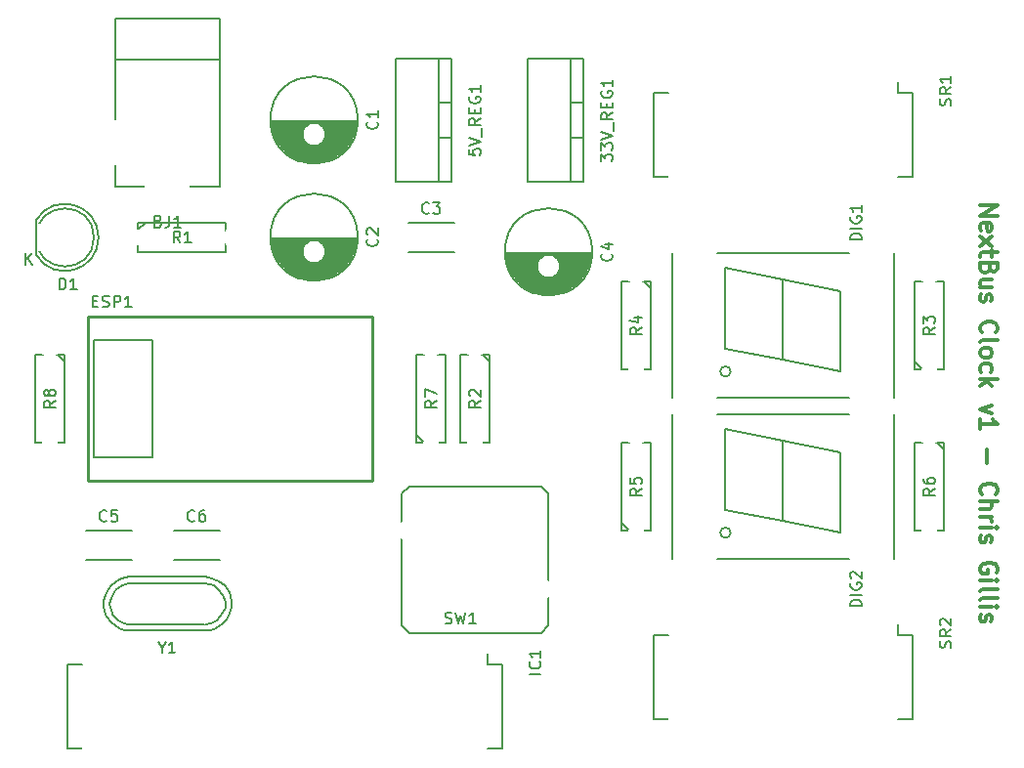
<source format=gbr>
G04 #@! TF.FileFunction,Legend,Top*
%FSLAX46Y46*%
G04 Gerber Fmt 4.6, Leading zero omitted, Abs format (unit mm)*
G04 Created by KiCad (PCBNEW 4.0.2-stable) date Sunday, 21 August 2016 'amt' 04:24:01*
%MOMM*%
G01*
G04 APERTURE LIST*
%ADD10C,0.100000*%
%ADD11C,0.300000*%
%ADD12C,0.150000*%
%ADD13C,0.254000*%
%ADD14C,0.152400*%
%ADD15O,2.899360X1.901140*%
%ADD16R,3.900120X3.900120*%
%ADD17C,1.700000*%
%ADD18R,1.700000X1.700000*%
%ADD19R,1.600000X1.600000*%
%ADD20C,1.600000*%
%ADD21R,2.300000X2.400000*%
%ADD22C,2.300000*%
%ADD23O,2.924000X1.924000*%
%ADD24R,2.127200X2.127200*%
%ADD25O,2.127200X2.127200*%
%ADD26O,2.000000X2.000000*%
%ADD27C,1.797000*%
%ADD28C,2.940000*%
%ADD29C,1.901140*%
G04 APERTURE END LIST*
D10*
D11*
X141561429Y-84870000D02*
X143061429Y-84870000D01*
X141561429Y-85727143D01*
X143061429Y-85727143D01*
X141632857Y-87012857D02*
X141561429Y-86870000D01*
X141561429Y-86584286D01*
X141632857Y-86441429D01*
X141775714Y-86370000D01*
X142347143Y-86370000D01*
X142490000Y-86441429D01*
X142561429Y-86584286D01*
X142561429Y-86870000D01*
X142490000Y-87012857D01*
X142347143Y-87084286D01*
X142204286Y-87084286D01*
X142061429Y-86370000D01*
X141561429Y-87584286D02*
X142561429Y-88370000D01*
X142561429Y-87584286D02*
X141561429Y-88370000D01*
X142561429Y-88727143D02*
X142561429Y-89298572D01*
X143061429Y-88941429D02*
X141775714Y-88941429D01*
X141632857Y-89012857D01*
X141561429Y-89155715D01*
X141561429Y-89298572D01*
X142347143Y-90298572D02*
X142275714Y-90512858D01*
X142204286Y-90584286D01*
X142061429Y-90655715D01*
X141847143Y-90655715D01*
X141704286Y-90584286D01*
X141632857Y-90512858D01*
X141561429Y-90370000D01*
X141561429Y-89798572D01*
X143061429Y-89798572D01*
X143061429Y-90298572D01*
X142990000Y-90441429D01*
X142918571Y-90512858D01*
X142775714Y-90584286D01*
X142632857Y-90584286D01*
X142490000Y-90512858D01*
X142418571Y-90441429D01*
X142347143Y-90298572D01*
X142347143Y-89798572D01*
X142561429Y-91941429D02*
X141561429Y-91941429D01*
X142561429Y-91298572D02*
X141775714Y-91298572D01*
X141632857Y-91370000D01*
X141561429Y-91512858D01*
X141561429Y-91727143D01*
X141632857Y-91870000D01*
X141704286Y-91941429D01*
X141632857Y-92584286D02*
X141561429Y-92727143D01*
X141561429Y-93012858D01*
X141632857Y-93155715D01*
X141775714Y-93227143D01*
X141847143Y-93227143D01*
X141990000Y-93155715D01*
X142061429Y-93012858D01*
X142061429Y-92798572D01*
X142132857Y-92655715D01*
X142275714Y-92584286D01*
X142347143Y-92584286D01*
X142490000Y-92655715D01*
X142561429Y-92798572D01*
X142561429Y-93012858D01*
X142490000Y-93155715D01*
X141704286Y-95870001D02*
X141632857Y-95798572D01*
X141561429Y-95584286D01*
X141561429Y-95441429D01*
X141632857Y-95227144D01*
X141775714Y-95084286D01*
X141918571Y-95012858D01*
X142204286Y-94941429D01*
X142418571Y-94941429D01*
X142704286Y-95012858D01*
X142847143Y-95084286D01*
X142990000Y-95227144D01*
X143061429Y-95441429D01*
X143061429Y-95584286D01*
X142990000Y-95798572D01*
X142918571Y-95870001D01*
X141561429Y-96727144D02*
X141632857Y-96584286D01*
X141775714Y-96512858D01*
X143061429Y-96512858D01*
X141561429Y-97512858D02*
X141632857Y-97370000D01*
X141704286Y-97298572D01*
X141847143Y-97227143D01*
X142275714Y-97227143D01*
X142418571Y-97298572D01*
X142490000Y-97370000D01*
X142561429Y-97512858D01*
X142561429Y-97727143D01*
X142490000Y-97870000D01*
X142418571Y-97941429D01*
X142275714Y-98012858D01*
X141847143Y-98012858D01*
X141704286Y-97941429D01*
X141632857Y-97870000D01*
X141561429Y-97727143D01*
X141561429Y-97512858D01*
X141632857Y-99298572D02*
X141561429Y-99155715D01*
X141561429Y-98870001D01*
X141632857Y-98727143D01*
X141704286Y-98655715D01*
X141847143Y-98584286D01*
X142275714Y-98584286D01*
X142418571Y-98655715D01*
X142490000Y-98727143D01*
X142561429Y-98870001D01*
X142561429Y-99155715D01*
X142490000Y-99298572D01*
X141561429Y-99941429D02*
X143061429Y-99941429D01*
X142132857Y-100084286D02*
X141561429Y-100512857D01*
X142561429Y-100512857D02*
X141990000Y-99941429D01*
X142561429Y-102155715D02*
X141561429Y-102512858D01*
X142561429Y-102870000D01*
X141561429Y-104227143D02*
X141561429Y-103370000D01*
X141561429Y-103798572D02*
X143061429Y-103798572D01*
X142847143Y-103655715D01*
X142704286Y-103512857D01*
X142632857Y-103370000D01*
X142132857Y-106012857D02*
X142132857Y-107155714D01*
X141704286Y-109870000D02*
X141632857Y-109798571D01*
X141561429Y-109584285D01*
X141561429Y-109441428D01*
X141632857Y-109227143D01*
X141775714Y-109084285D01*
X141918571Y-109012857D01*
X142204286Y-108941428D01*
X142418571Y-108941428D01*
X142704286Y-109012857D01*
X142847143Y-109084285D01*
X142990000Y-109227143D01*
X143061429Y-109441428D01*
X143061429Y-109584285D01*
X142990000Y-109798571D01*
X142918571Y-109870000D01*
X141561429Y-110512857D02*
X143061429Y-110512857D01*
X141561429Y-111155714D02*
X142347143Y-111155714D01*
X142490000Y-111084285D01*
X142561429Y-110941428D01*
X142561429Y-110727143D01*
X142490000Y-110584285D01*
X142418571Y-110512857D01*
X141561429Y-111870000D02*
X142561429Y-111870000D01*
X142275714Y-111870000D02*
X142418571Y-111941428D01*
X142490000Y-112012857D01*
X142561429Y-112155714D01*
X142561429Y-112298571D01*
X141561429Y-112798571D02*
X142561429Y-112798571D01*
X143061429Y-112798571D02*
X142990000Y-112727142D01*
X142918571Y-112798571D01*
X142990000Y-112869999D01*
X143061429Y-112798571D01*
X142918571Y-112798571D01*
X141632857Y-113441428D02*
X141561429Y-113584285D01*
X141561429Y-113870000D01*
X141632857Y-114012857D01*
X141775714Y-114084285D01*
X141847143Y-114084285D01*
X141990000Y-114012857D01*
X142061429Y-113870000D01*
X142061429Y-113655714D01*
X142132857Y-113512857D01*
X142275714Y-113441428D01*
X142347143Y-113441428D01*
X142490000Y-113512857D01*
X142561429Y-113655714D01*
X142561429Y-113870000D01*
X142490000Y-114012857D01*
X142990000Y-116655714D02*
X143061429Y-116512857D01*
X143061429Y-116298571D01*
X142990000Y-116084286D01*
X142847143Y-115941428D01*
X142704286Y-115870000D01*
X142418571Y-115798571D01*
X142204286Y-115798571D01*
X141918571Y-115870000D01*
X141775714Y-115941428D01*
X141632857Y-116084286D01*
X141561429Y-116298571D01*
X141561429Y-116441428D01*
X141632857Y-116655714D01*
X141704286Y-116727143D01*
X142204286Y-116727143D01*
X142204286Y-116441428D01*
X141561429Y-117370000D02*
X142561429Y-117370000D01*
X143061429Y-117370000D02*
X142990000Y-117298571D01*
X142918571Y-117370000D01*
X142990000Y-117441428D01*
X143061429Y-117370000D01*
X142918571Y-117370000D01*
X141561429Y-118298572D02*
X141632857Y-118155714D01*
X141775714Y-118084286D01*
X143061429Y-118084286D01*
X141561429Y-119084286D02*
X141632857Y-118941428D01*
X141775714Y-118870000D01*
X143061429Y-118870000D01*
X141561429Y-119655714D02*
X142561429Y-119655714D01*
X143061429Y-119655714D02*
X142990000Y-119584285D01*
X142918571Y-119655714D01*
X142990000Y-119727142D01*
X143061429Y-119655714D01*
X142918571Y-119655714D01*
X141632857Y-120298571D02*
X141561429Y-120441428D01*
X141561429Y-120727143D01*
X141632857Y-120870000D01*
X141775714Y-120941428D01*
X141847143Y-120941428D01*
X141990000Y-120870000D01*
X142061429Y-120727143D01*
X142061429Y-120512857D01*
X142132857Y-120370000D01*
X142275714Y-120298571D01*
X142347143Y-120298571D01*
X142490000Y-120370000D01*
X142561429Y-120512857D01*
X142561429Y-120727143D01*
X142490000Y-120870000D01*
D12*
X95758000Y-75946000D02*
X94615000Y-75946000D01*
X95758000Y-78994000D02*
X94615000Y-78994000D01*
X94615000Y-82804000D02*
X90932000Y-82804000D01*
X90932000Y-82804000D02*
X90932000Y-72136000D01*
X90932000Y-72136000D02*
X94615000Y-72136000D01*
X95758000Y-82804000D02*
X94615000Y-82804000D01*
X94615000Y-82804000D02*
X94615000Y-72136000D01*
X94615000Y-72136000D02*
X95758000Y-72136000D01*
X95758000Y-77470000D02*
X95758000Y-72136000D01*
X95758000Y-77470000D02*
X95758000Y-82804000D01*
X107188000Y-75946000D02*
X106045000Y-75946000D01*
X107188000Y-78994000D02*
X106045000Y-78994000D01*
X106045000Y-82804000D02*
X102362000Y-82804000D01*
X102362000Y-82804000D02*
X102362000Y-72136000D01*
X102362000Y-72136000D02*
X106045000Y-72136000D01*
X107188000Y-82804000D02*
X106045000Y-82804000D01*
X106045000Y-82804000D02*
X106045000Y-72136000D01*
X106045000Y-72136000D02*
X107188000Y-72136000D01*
X107188000Y-77470000D02*
X107188000Y-72136000D01*
X107188000Y-77470000D02*
X107188000Y-82804000D01*
X75620880Y-72199500D02*
X66619120Y-72199500D01*
X75620880Y-68699380D02*
X66619120Y-68699380D01*
X66619120Y-68699380D02*
X66619120Y-83200240D01*
X66619120Y-83200240D02*
X75620880Y-83200240D01*
X75620880Y-83200240D02*
X75620880Y-68699380D01*
X87569000Y-77525000D02*
X80071000Y-77525000D01*
X87564000Y-77665000D02*
X80076000Y-77665000D01*
X87553000Y-77805000D02*
X84266000Y-77805000D01*
X83374000Y-77805000D02*
X80087000Y-77805000D01*
X87537000Y-77945000D02*
X84476000Y-77945000D01*
X83164000Y-77945000D02*
X80103000Y-77945000D01*
X87516000Y-78085000D02*
X84609000Y-78085000D01*
X83031000Y-78085000D02*
X80124000Y-78085000D01*
X87489000Y-78225000D02*
X84700000Y-78225000D01*
X82940000Y-78225000D02*
X80151000Y-78225000D01*
X87457000Y-78365000D02*
X84762000Y-78365000D01*
X82878000Y-78365000D02*
X80183000Y-78365000D01*
X87419000Y-78505000D02*
X84801000Y-78505000D01*
X82839000Y-78505000D02*
X80221000Y-78505000D01*
X87375000Y-78645000D02*
X84818000Y-78645000D01*
X82822000Y-78645000D02*
X80265000Y-78645000D01*
X87324000Y-78785000D02*
X84816000Y-78785000D01*
X82824000Y-78785000D02*
X80316000Y-78785000D01*
X87268000Y-78925000D02*
X84794000Y-78925000D01*
X82846000Y-78925000D02*
X80372000Y-78925000D01*
X87204000Y-79065000D02*
X84751000Y-79065000D01*
X82889000Y-79065000D02*
X80436000Y-79065000D01*
X87134000Y-79205000D02*
X84683000Y-79205000D01*
X82957000Y-79205000D02*
X80506000Y-79205000D01*
X87056000Y-79345000D02*
X84584000Y-79345000D01*
X83056000Y-79345000D02*
X80584000Y-79345000D01*
X86970000Y-79485000D02*
X84439000Y-79485000D01*
X83201000Y-79485000D02*
X80670000Y-79485000D01*
X86875000Y-79625000D02*
X84200000Y-79625000D01*
X83440000Y-79625000D02*
X80765000Y-79625000D01*
X86770000Y-79765000D02*
X80870000Y-79765000D01*
X86655000Y-79905000D02*
X80985000Y-79905000D01*
X86527000Y-80045000D02*
X81113000Y-80045000D01*
X86386000Y-80185000D02*
X81254000Y-80185000D01*
X86228000Y-80325000D02*
X81412000Y-80325000D01*
X86050000Y-80465000D02*
X81590000Y-80465000D01*
X85847000Y-80605000D02*
X81793000Y-80605000D01*
X85610000Y-80745000D02*
X82030000Y-80745000D01*
X85324000Y-80885000D02*
X82316000Y-80885000D01*
X84952000Y-81025000D02*
X82688000Y-81025000D01*
X84331000Y-81165000D02*
X83309000Y-81165000D01*
X84820000Y-78700000D02*
G75*
G03X84820000Y-78700000I-1000000J0D01*
G01*
X87607500Y-77450000D02*
G75*
G03X87607500Y-77450000I-3787500J0D01*
G01*
X87569000Y-87685000D02*
X80071000Y-87685000D01*
X87564000Y-87825000D02*
X80076000Y-87825000D01*
X87553000Y-87965000D02*
X84266000Y-87965000D01*
X83374000Y-87965000D02*
X80087000Y-87965000D01*
X87537000Y-88105000D02*
X84476000Y-88105000D01*
X83164000Y-88105000D02*
X80103000Y-88105000D01*
X87516000Y-88245000D02*
X84609000Y-88245000D01*
X83031000Y-88245000D02*
X80124000Y-88245000D01*
X87489000Y-88385000D02*
X84700000Y-88385000D01*
X82940000Y-88385000D02*
X80151000Y-88385000D01*
X87457000Y-88525000D02*
X84762000Y-88525000D01*
X82878000Y-88525000D02*
X80183000Y-88525000D01*
X87419000Y-88665000D02*
X84801000Y-88665000D01*
X82839000Y-88665000D02*
X80221000Y-88665000D01*
X87375000Y-88805000D02*
X84818000Y-88805000D01*
X82822000Y-88805000D02*
X80265000Y-88805000D01*
X87324000Y-88945000D02*
X84816000Y-88945000D01*
X82824000Y-88945000D02*
X80316000Y-88945000D01*
X87268000Y-89085000D02*
X84794000Y-89085000D01*
X82846000Y-89085000D02*
X80372000Y-89085000D01*
X87204000Y-89225000D02*
X84751000Y-89225000D01*
X82889000Y-89225000D02*
X80436000Y-89225000D01*
X87134000Y-89365000D02*
X84683000Y-89365000D01*
X82957000Y-89365000D02*
X80506000Y-89365000D01*
X87056000Y-89505000D02*
X84584000Y-89505000D01*
X83056000Y-89505000D02*
X80584000Y-89505000D01*
X86970000Y-89645000D02*
X84439000Y-89645000D01*
X83201000Y-89645000D02*
X80670000Y-89645000D01*
X86875000Y-89785000D02*
X84200000Y-89785000D01*
X83440000Y-89785000D02*
X80765000Y-89785000D01*
X86770000Y-89925000D02*
X80870000Y-89925000D01*
X86655000Y-90065000D02*
X80985000Y-90065000D01*
X86527000Y-90205000D02*
X81113000Y-90205000D01*
X86386000Y-90345000D02*
X81254000Y-90345000D01*
X86228000Y-90485000D02*
X81412000Y-90485000D01*
X86050000Y-90625000D02*
X81590000Y-90625000D01*
X85847000Y-90765000D02*
X81793000Y-90765000D01*
X85610000Y-90905000D02*
X82030000Y-90905000D01*
X85324000Y-91045000D02*
X82316000Y-91045000D01*
X84952000Y-91185000D02*
X82688000Y-91185000D01*
X84331000Y-91325000D02*
X83309000Y-91325000D01*
X84820000Y-88860000D02*
G75*
G03X84820000Y-88860000I-1000000J0D01*
G01*
X87607500Y-87610000D02*
G75*
G03X87607500Y-87610000I-3787500J0D01*
G01*
X91960000Y-86380000D02*
X95960000Y-86380000D01*
X91960000Y-88880000D02*
X95960000Y-88880000D01*
X107889000Y-88955000D02*
X100391000Y-88955000D01*
X107884000Y-89095000D02*
X100396000Y-89095000D01*
X107873000Y-89235000D02*
X104586000Y-89235000D01*
X103694000Y-89235000D02*
X100407000Y-89235000D01*
X107857000Y-89375000D02*
X104796000Y-89375000D01*
X103484000Y-89375000D02*
X100423000Y-89375000D01*
X107836000Y-89515000D02*
X104929000Y-89515000D01*
X103351000Y-89515000D02*
X100444000Y-89515000D01*
X107809000Y-89655000D02*
X105020000Y-89655000D01*
X103260000Y-89655000D02*
X100471000Y-89655000D01*
X107777000Y-89795000D02*
X105082000Y-89795000D01*
X103198000Y-89795000D02*
X100503000Y-89795000D01*
X107739000Y-89935000D02*
X105121000Y-89935000D01*
X103159000Y-89935000D02*
X100541000Y-89935000D01*
X107695000Y-90075000D02*
X105138000Y-90075000D01*
X103142000Y-90075000D02*
X100585000Y-90075000D01*
X107644000Y-90215000D02*
X105136000Y-90215000D01*
X103144000Y-90215000D02*
X100636000Y-90215000D01*
X107588000Y-90355000D02*
X105114000Y-90355000D01*
X103166000Y-90355000D02*
X100692000Y-90355000D01*
X107524000Y-90495000D02*
X105071000Y-90495000D01*
X103209000Y-90495000D02*
X100756000Y-90495000D01*
X107454000Y-90635000D02*
X105003000Y-90635000D01*
X103277000Y-90635000D02*
X100826000Y-90635000D01*
X107376000Y-90775000D02*
X104904000Y-90775000D01*
X103376000Y-90775000D02*
X100904000Y-90775000D01*
X107290000Y-90915000D02*
X104759000Y-90915000D01*
X103521000Y-90915000D02*
X100990000Y-90915000D01*
X107195000Y-91055000D02*
X104520000Y-91055000D01*
X103760000Y-91055000D02*
X101085000Y-91055000D01*
X107090000Y-91195000D02*
X101190000Y-91195000D01*
X106975000Y-91335000D02*
X101305000Y-91335000D01*
X106847000Y-91475000D02*
X101433000Y-91475000D01*
X106706000Y-91615000D02*
X101574000Y-91615000D01*
X106548000Y-91755000D02*
X101732000Y-91755000D01*
X106370000Y-91895000D02*
X101910000Y-91895000D01*
X106167000Y-92035000D02*
X102113000Y-92035000D01*
X105930000Y-92175000D02*
X102350000Y-92175000D01*
X105644000Y-92315000D02*
X102636000Y-92315000D01*
X105272000Y-92455000D02*
X103008000Y-92455000D01*
X104651000Y-92595000D02*
X103629000Y-92595000D01*
X105140000Y-90130000D02*
G75*
G03X105140000Y-90130000I-1000000J0D01*
G01*
X107927500Y-88880000D02*
G75*
G03X107927500Y-88880000I-3787500J0D01*
G01*
X64020000Y-113050000D02*
X68020000Y-113050000D01*
X64020000Y-115550000D02*
X68020000Y-115550000D01*
X71640000Y-113050000D02*
X75640000Y-113050000D01*
X71640000Y-115550000D02*
X75640000Y-115550000D01*
X59745112Y-89154904D02*
G75*
G03X59730000Y-86130000I2484888J1524904D01*
G01*
X59730000Y-89130000D02*
X59730000Y-86130000D01*
X64747936Y-87630000D02*
G75*
G03X64747936Y-87630000I-2517936J0D01*
G01*
X119907214Y-99250000D02*
G75*
G03X119907214Y-99250000I-447214J0D01*
G01*
X129460000Y-92250000D02*
X124460000Y-91250000D01*
X124460000Y-91250000D02*
X119460000Y-90250000D01*
X119460000Y-90250000D02*
X119460000Y-97250000D01*
X119460000Y-97250000D02*
X124460000Y-98250000D01*
X129460000Y-99250000D02*
X124460000Y-98250000D01*
X124460000Y-98250000D02*
X124460000Y-91250000D01*
X129460000Y-92250000D02*
X129460000Y-99250000D01*
X114860000Y-101550000D02*
X114860000Y-88950000D01*
X130160000Y-88950000D02*
X118760000Y-88950000D01*
X130160000Y-101550000D02*
X118760000Y-101550000D01*
X134060000Y-88950000D02*
X134060000Y-101550000D01*
X119907214Y-113220000D02*
G75*
G03X119907214Y-113220000I-447214J0D01*
G01*
X129460000Y-106220000D02*
X124460000Y-105220000D01*
X124460000Y-105220000D02*
X119460000Y-104220000D01*
X119460000Y-104220000D02*
X119460000Y-111220000D01*
X119460000Y-111220000D02*
X124460000Y-112220000D01*
X129460000Y-113220000D02*
X124460000Y-112220000D01*
X124460000Y-112220000D02*
X124460000Y-105220000D01*
X129460000Y-106220000D02*
X129460000Y-113220000D01*
X114860000Y-115520000D02*
X114860000Y-102920000D01*
X130160000Y-102920000D02*
X118760000Y-102920000D01*
X130160000Y-115520000D02*
X118760000Y-115520000D01*
X134060000Y-102920000D02*
X134060000Y-115520000D01*
D13*
X64262000Y-94488000D02*
X88900000Y-94488000D01*
X88900000Y-94488000D02*
X88900000Y-108712000D01*
X88900000Y-108712000D02*
X64262000Y-108712000D01*
X64262000Y-108712000D02*
X64262000Y-94488000D01*
D14*
X67310000Y-96520000D02*
X64770000Y-96520000D01*
X64770000Y-96520000D02*
X64770000Y-99060000D01*
X64770000Y-99060000D02*
X64770000Y-106680000D01*
X64770000Y-106680000D02*
X69850000Y-106680000D01*
X69850000Y-106680000D02*
X69850000Y-96520000D01*
X69850000Y-96520000D02*
X67310000Y-96520000D01*
D12*
X100085000Y-124595000D02*
X98815000Y-124595000D01*
X100085000Y-131945000D02*
X98815000Y-131945000D01*
X62475000Y-131945000D02*
X63745000Y-131945000D01*
X62475000Y-124595000D02*
X63745000Y-124595000D01*
X100085000Y-124595000D02*
X100085000Y-131945000D01*
X62475000Y-124595000D02*
X62475000Y-131945000D01*
X98815000Y-124595000D02*
X98815000Y-123660000D01*
X68580000Y-86995000D02*
X68580000Y-88900000D01*
X68580000Y-88900000D02*
X76200000Y-88900000D01*
X76200000Y-88900000D02*
X76200000Y-86360000D01*
X76200000Y-86360000D02*
X68580000Y-86360000D01*
X68580000Y-86360000D02*
X68580000Y-86995000D01*
X67945000Y-87630000D02*
X68580000Y-87630000D01*
X76200000Y-87630000D02*
X76835000Y-87630000D01*
X68580000Y-86995000D02*
X69215000Y-86360000D01*
X98425000Y-97790000D02*
X96520000Y-97790000D01*
X96520000Y-97790000D02*
X96520000Y-105410000D01*
X96520000Y-105410000D02*
X99060000Y-105410000D01*
X99060000Y-105410000D02*
X99060000Y-97790000D01*
X99060000Y-97790000D02*
X98425000Y-97790000D01*
X97790000Y-97155000D02*
X97790000Y-97790000D01*
X97790000Y-105410000D02*
X97790000Y-106045000D01*
X98425000Y-97790000D02*
X99060000Y-98425000D01*
X136525000Y-99060000D02*
X138430000Y-99060000D01*
X138430000Y-99060000D02*
X138430000Y-91440000D01*
X138430000Y-91440000D02*
X135890000Y-91440000D01*
X135890000Y-91440000D02*
X135890000Y-99060000D01*
X135890000Y-99060000D02*
X136525000Y-99060000D01*
X137160000Y-99695000D02*
X137160000Y-99060000D01*
X137160000Y-91440000D02*
X137160000Y-90805000D01*
X136525000Y-99060000D02*
X135890000Y-98425000D01*
X112395000Y-91440000D02*
X110490000Y-91440000D01*
X110490000Y-91440000D02*
X110490000Y-99060000D01*
X110490000Y-99060000D02*
X113030000Y-99060000D01*
X113030000Y-99060000D02*
X113030000Y-91440000D01*
X113030000Y-91440000D02*
X112395000Y-91440000D01*
X111760000Y-90805000D02*
X111760000Y-91440000D01*
X111760000Y-99060000D02*
X111760000Y-99695000D01*
X112395000Y-91440000D02*
X113030000Y-92075000D01*
X111125000Y-113030000D02*
X113030000Y-113030000D01*
X113030000Y-113030000D02*
X113030000Y-105410000D01*
X113030000Y-105410000D02*
X110490000Y-105410000D01*
X110490000Y-105410000D02*
X110490000Y-113030000D01*
X110490000Y-113030000D02*
X111125000Y-113030000D01*
X111760000Y-113665000D02*
X111760000Y-113030000D01*
X111760000Y-105410000D02*
X111760000Y-104775000D01*
X111125000Y-113030000D02*
X110490000Y-112395000D01*
X137795000Y-105410000D02*
X135890000Y-105410000D01*
X135890000Y-105410000D02*
X135890000Y-113030000D01*
X135890000Y-113030000D02*
X138430000Y-113030000D01*
X138430000Y-113030000D02*
X138430000Y-105410000D01*
X138430000Y-105410000D02*
X137795000Y-105410000D01*
X137160000Y-104775000D02*
X137160000Y-105410000D01*
X137160000Y-113030000D02*
X137160000Y-113665000D01*
X137795000Y-105410000D02*
X138430000Y-106045000D01*
X93345000Y-105410000D02*
X95250000Y-105410000D01*
X95250000Y-105410000D02*
X95250000Y-97790000D01*
X95250000Y-97790000D02*
X92710000Y-97790000D01*
X92710000Y-97790000D02*
X92710000Y-105410000D01*
X92710000Y-105410000D02*
X93345000Y-105410000D01*
X93980000Y-106045000D02*
X93980000Y-105410000D01*
X93980000Y-97790000D02*
X93980000Y-97155000D01*
X93345000Y-105410000D02*
X92710000Y-104775000D01*
X61595000Y-97790000D02*
X59690000Y-97790000D01*
X59690000Y-97790000D02*
X59690000Y-105410000D01*
X59690000Y-105410000D02*
X62230000Y-105410000D01*
X62230000Y-105410000D02*
X62230000Y-97790000D01*
X62230000Y-97790000D02*
X61595000Y-97790000D01*
X60960000Y-97155000D02*
X60960000Y-97790000D01*
X60960000Y-105410000D02*
X60960000Y-106045000D01*
X61595000Y-97790000D02*
X62230000Y-98425000D01*
X135645000Y-75065000D02*
X134375000Y-75065000D01*
X135645000Y-82415000D02*
X134375000Y-82415000D01*
X113275000Y-82415000D02*
X114545000Y-82415000D01*
X113275000Y-75065000D02*
X114545000Y-75065000D01*
X135645000Y-75065000D02*
X135645000Y-82415000D01*
X113275000Y-75065000D02*
X113275000Y-82415000D01*
X134375000Y-75065000D02*
X134375000Y-74130000D01*
X135645000Y-122055000D02*
X134375000Y-122055000D01*
X135645000Y-129405000D02*
X134375000Y-129405000D01*
X113275000Y-129405000D02*
X114545000Y-129405000D01*
X113275000Y-122055000D02*
X114545000Y-122055000D01*
X135645000Y-122055000D02*
X135645000Y-129405000D01*
X113275000Y-122055000D02*
X113275000Y-129405000D01*
X134375000Y-122055000D02*
X134375000Y-121120000D01*
X91440000Y-121285000D02*
X91440000Y-109855000D01*
X91440000Y-109855000D02*
X92075000Y-109220000D01*
X92075000Y-109220000D02*
X103505000Y-109220000D01*
X103505000Y-109220000D02*
X104140000Y-109855000D01*
X104140000Y-109855000D02*
X104140000Y-121285000D01*
X103505000Y-121920000D02*
X92075000Y-121920000D01*
X92075000Y-121920000D02*
X91440000Y-121285000D01*
X104140000Y-121285000D02*
X103505000Y-121920000D01*
X66421000Y-120380760D02*
X66220340Y-119979440D01*
X66220340Y-119979440D02*
X66118740Y-119380000D01*
X66118740Y-119380000D02*
X66220340Y-118879620D01*
X66220340Y-118879620D02*
X66619120Y-118181120D01*
X66619120Y-118181120D02*
X67221100Y-117779800D01*
X67221100Y-117779800D02*
X67820540Y-117579140D01*
X67820540Y-117579140D02*
X74419460Y-117579140D01*
X74419460Y-117579140D02*
X75120500Y-117779800D01*
X75120500Y-117779800D02*
X75519280Y-118079520D01*
X75519280Y-118079520D02*
X75920600Y-118579900D01*
X75920600Y-118579900D02*
X76121260Y-119179340D01*
X76121260Y-119179340D02*
X76121260Y-119679720D01*
X76121260Y-119679720D02*
X75920600Y-120180100D01*
X75920600Y-120180100D02*
X75420220Y-120779540D01*
X75420220Y-120779540D02*
X74919840Y-121079260D01*
X74919840Y-121079260D02*
X74419460Y-121180860D01*
X74320400Y-121180860D02*
X67718940Y-121180860D01*
X67718940Y-121180860D02*
X67320160Y-121079260D01*
X67320160Y-121079260D02*
X66819780Y-120779540D01*
X66819780Y-120779540D02*
X66319400Y-120279160D01*
X74310240Y-121709180D02*
X74769980Y-121660920D01*
X74769980Y-121660920D02*
X75168760Y-121549160D01*
X75168760Y-121549160D02*
X75600560Y-121330720D01*
X75600560Y-121330720D02*
X75890120Y-121099580D01*
X75890120Y-121099580D02*
X76220320Y-120749060D01*
X76220320Y-120749060D02*
X76509880Y-120210580D01*
X76509880Y-120210580D02*
X76639420Y-119611140D01*
X76639420Y-119611140D02*
X76639420Y-119100600D01*
X76639420Y-119100600D02*
X76469240Y-118399560D01*
X76469240Y-118399560D02*
X76070460Y-117810280D01*
X76070460Y-117810280D02*
X75610720Y-117439440D01*
X75610720Y-117439440D02*
X75189080Y-117231160D01*
X75189080Y-117231160D02*
X74739500Y-117071140D01*
X74739500Y-117071140D02*
X74300080Y-117040660D01*
X66959480Y-117259100D02*
X66581020Y-117480080D01*
X66581020Y-117480080D02*
X66260980Y-117759480D01*
X66260980Y-117759480D02*
X66009520Y-118089680D01*
X66009520Y-118089680D02*
X65709800Y-118640860D01*
X65709800Y-118640860D02*
X65600580Y-119110760D01*
X65600580Y-119110760D02*
X65580260Y-119570500D01*
X65580260Y-119570500D02*
X65669160Y-120030240D01*
X65669160Y-120030240D02*
X65859660Y-120479820D01*
X65859660Y-120479820D02*
X66220340Y-120949720D01*
X66220340Y-120949720D02*
X66570860Y-121269760D01*
X66570860Y-121269760D02*
X66959480Y-121500900D01*
X66959480Y-121500900D02*
X67388740Y-121640600D01*
X67388740Y-121640600D02*
X67830700Y-121709180D01*
X74320400Y-117050820D02*
X67868800Y-117050820D01*
X67868800Y-117050820D02*
X67449700Y-117088920D01*
X67449700Y-117088920D02*
X66959480Y-117259100D01*
X74320400Y-121709180D02*
X67868800Y-121709180D01*
X97242381Y-79970000D02*
X97242381Y-80446191D01*
X97718571Y-80493810D01*
X97670952Y-80446191D01*
X97623333Y-80350953D01*
X97623333Y-80112857D01*
X97670952Y-80017619D01*
X97718571Y-79970000D01*
X97813810Y-79922381D01*
X98051905Y-79922381D01*
X98147143Y-79970000D01*
X98194762Y-80017619D01*
X98242381Y-80112857D01*
X98242381Y-80350953D01*
X98194762Y-80446191D01*
X98147143Y-80493810D01*
X97242381Y-79636667D02*
X98242381Y-79303334D01*
X97242381Y-78970000D01*
X98337619Y-78874762D02*
X98337619Y-78112857D01*
X98242381Y-77303333D02*
X97766190Y-77636667D01*
X98242381Y-77874762D02*
X97242381Y-77874762D01*
X97242381Y-77493809D01*
X97290000Y-77398571D01*
X97337619Y-77350952D01*
X97432857Y-77303333D01*
X97575714Y-77303333D01*
X97670952Y-77350952D01*
X97718571Y-77398571D01*
X97766190Y-77493809D01*
X97766190Y-77874762D01*
X97718571Y-76874762D02*
X97718571Y-76541428D01*
X98242381Y-76398571D02*
X98242381Y-76874762D01*
X97242381Y-76874762D01*
X97242381Y-76398571D01*
X97290000Y-75446190D02*
X97242381Y-75541428D01*
X97242381Y-75684285D01*
X97290000Y-75827143D01*
X97385238Y-75922381D01*
X97480476Y-75970000D01*
X97670952Y-76017619D01*
X97813810Y-76017619D01*
X98004286Y-75970000D01*
X98099524Y-75922381D01*
X98194762Y-75827143D01*
X98242381Y-75684285D01*
X98242381Y-75589047D01*
X98194762Y-75446190D01*
X98147143Y-75398571D01*
X97813810Y-75398571D01*
X97813810Y-75589047D01*
X98242381Y-74446190D02*
X98242381Y-75017619D01*
X98242381Y-74731905D02*
X97242381Y-74731905D01*
X97385238Y-74827143D01*
X97480476Y-74922381D01*
X97528095Y-75017619D01*
X108672381Y-81017619D02*
X108672381Y-80398571D01*
X109053333Y-80731905D01*
X109053333Y-80589047D01*
X109100952Y-80493809D01*
X109148571Y-80446190D01*
X109243810Y-80398571D01*
X109481905Y-80398571D01*
X109577143Y-80446190D01*
X109624762Y-80493809D01*
X109672381Y-80589047D01*
X109672381Y-80874762D01*
X109624762Y-80970000D01*
X109577143Y-81017619D01*
X108672381Y-80065238D02*
X108672381Y-79446190D01*
X109053333Y-79779524D01*
X109053333Y-79636666D01*
X109100952Y-79541428D01*
X109148571Y-79493809D01*
X109243810Y-79446190D01*
X109481905Y-79446190D01*
X109577143Y-79493809D01*
X109624762Y-79541428D01*
X109672381Y-79636666D01*
X109672381Y-79922381D01*
X109624762Y-80017619D01*
X109577143Y-80065238D01*
X108672381Y-79160476D02*
X109672381Y-78827143D01*
X108672381Y-78493809D01*
X109767619Y-78398571D02*
X109767619Y-77636666D01*
X109672381Y-76827142D02*
X109196190Y-77160476D01*
X109672381Y-77398571D02*
X108672381Y-77398571D01*
X108672381Y-77017618D01*
X108720000Y-76922380D01*
X108767619Y-76874761D01*
X108862857Y-76827142D01*
X109005714Y-76827142D01*
X109100952Y-76874761D01*
X109148571Y-76922380D01*
X109196190Y-77017618D01*
X109196190Y-77398571D01*
X109148571Y-76398571D02*
X109148571Y-76065237D01*
X109672381Y-75922380D02*
X109672381Y-76398571D01*
X108672381Y-76398571D01*
X108672381Y-75922380D01*
X108720000Y-74969999D02*
X108672381Y-75065237D01*
X108672381Y-75208094D01*
X108720000Y-75350952D01*
X108815238Y-75446190D01*
X108910476Y-75493809D01*
X109100952Y-75541428D01*
X109243810Y-75541428D01*
X109434286Y-75493809D01*
X109529524Y-75446190D01*
X109624762Y-75350952D01*
X109672381Y-75208094D01*
X109672381Y-75112856D01*
X109624762Y-74969999D01*
X109577143Y-74922380D01*
X109243810Y-74922380D01*
X109243810Y-75112856D01*
X109672381Y-73969999D02*
X109672381Y-74541428D01*
X109672381Y-74255714D02*
X108672381Y-74255714D01*
X108815238Y-74350952D01*
X108910476Y-74446190D01*
X108958095Y-74541428D01*
X70334286Y-86227611D02*
X70477143Y-86275230D01*
X70524762Y-86322850D01*
X70572381Y-86418088D01*
X70572381Y-86560945D01*
X70524762Y-86656183D01*
X70477143Y-86703802D01*
X70381905Y-86751421D01*
X70000952Y-86751421D01*
X70000952Y-85751421D01*
X70334286Y-85751421D01*
X70429524Y-85799040D01*
X70477143Y-85846659D01*
X70524762Y-85941897D01*
X70524762Y-86037135D01*
X70477143Y-86132373D01*
X70429524Y-86179992D01*
X70334286Y-86227611D01*
X70000952Y-86227611D01*
X71286667Y-85751421D02*
X71286667Y-86465707D01*
X71239047Y-86608564D01*
X71143809Y-86703802D01*
X71000952Y-86751421D01*
X70905714Y-86751421D01*
X72286667Y-86751421D02*
X71715238Y-86751421D01*
X72000952Y-86751421D02*
X72000952Y-85751421D01*
X71905714Y-85894278D01*
X71810476Y-85989516D01*
X71715238Y-86037135D01*
X89277143Y-77616666D02*
X89324762Y-77664285D01*
X89372381Y-77807142D01*
X89372381Y-77902380D01*
X89324762Y-78045238D01*
X89229524Y-78140476D01*
X89134286Y-78188095D01*
X88943810Y-78235714D01*
X88800952Y-78235714D01*
X88610476Y-78188095D01*
X88515238Y-78140476D01*
X88420000Y-78045238D01*
X88372381Y-77902380D01*
X88372381Y-77807142D01*
X88420000Y-77664285D01*
X88467619Y-77616666D01*
X89372381Y-76664285D02*
X89372381Y-77235714D01*
X89372381Y-76950000D02*
X88372381Y-76950000D01*
X88515238Y-77045238D01*
X88610476Y-77140476D01*
X88658095Y-77235714D01*
X89277143Y-87776666D02*
X89324762Y-87824285D01*
X89372381Y-87967142D01*
X89372381Y-88062380D01*
X89324762Y-88205238D01*
X89229524Y-88300476D01*
X89134286Y-88348095D01*
X88943810Y-88395714D01*
X88800952Y-88395714D01*
X88610476Y-88348095D01*
X88515238Y-88300476D01*
X88420000Y-88205238D01*
X88372381Y-88062380D01*
X88372381Y-87967142D01*
X88420000Y-87824285D01*
X88467619Y-87776666D01*
X88467619Y-87395714D02*
X88420000Y-87348095D01*
X88372381Y-87252857D01*
X88372381Y-87014761D01*
X88420000Y-86919523D01*
X88467619Y-86871904D01*
X88562857Y-86824285D01*
X88658095Y-86824285D01*
X88800952Y-86871904D01*
X89372381Y-87443333D01*
X89372381Y-86824285D01*
X93793334Y-85487143D02*
X93745715Y-85534762D01*
X93602858Y-85582381D01*
X93507620Y-85582381D01*
X93364762Y-85534762D01*
X93269524Y-85439524D01*
X93221905Y-85344286D01*
X93174286Y-85153810D01*
X93174286Y-85010952D01*
X93221905Y-84820476D01*
X93269524Y-84725238D01*
X93364762Y-84630000D01*
X93507620Y-84582381D01*
X93602858Y-84582381D01*
X93745715Y-84630000D01*
X93793334Y-84677619D01*
X94126667Y-84582381D02*
X94745715Y-84582381D01*
X94412381Y-84963333D01*
X94555239Y-84963333D01*
X94650477Y-85010952D01*
X94698096Y-85058571D01*
X94745715Y-85153810D01*
X94745715Y-85391905D01*
X94698096Y-85487143D01*
X94650477Y-85534762D01*
X94555239Y-85582381D01*
X94269524Y-85582381D01*
X94174286Y-85534762D01*
X94126667Y-85487143D01*
X109597143Y-89046666D02*
X109644762Y-89094285D01*
X109692381Y-89237142D01*
X109692381Y-89332380D01*
X109644762Y-89475238D01*
X109549524Y-89570476D01*
X109454286Y-89618095D01*
X109263810Y-89665714D01*
X109120952Y-89665714D01*
X108930476Y-89618095D01*
X108835238Y-89570476D01*
X108740000Y-89475238D01*
X108692381Y-89332380D01*
X108692381Y-89237142D01*
X108740000Y-89094285D01*
X108787619Y-89046666D01*
X109025714Y-88189523D02*
X109692381Y-88189523D01*
X108644762Y-88427619D02*
X109359048Y-88665714D01*
X109359048Y-88046666D01*
X65853334Y-112157143D02*
X65805715Y-112204762D01*
X65662858Y-112252381D01*
X65567620Y-112252381D01*
X65424762Y-112204762D01*
X65329524Y-112109524D01*
X65281905Y-112014286D01*
X65234286Y-111823810D01*
X65234286Y-111680952D01*
X65281905Y-111490476D01*
X65329524Y-111395238D01*
X65424762Y-111300000D01*
X65567620Y-111252381D01*
X65662858Y-111252381D01*
X65805715Y-111300000D01*
X65853334Y-111347619D01*
X66758096Y-111252381D02*
X66281905Y-111252381D01*
X66234286Y-111728571D01*
X66281905Y-111680952D01*
X66377143Y-111633333D01*
X66615239Y-111633333D01*
X66710477Y-111680952D01*
X66758096Y-111728571D01*
X66805715Y-111823810D01*
X66805715Y-112061905D01*
X66758096Y-112157143D01*
X66710477Y-112204762D01*
X66615239Y-112252381D01*
X66377143Y-112252381D01*
X66281905Y-112204762D01*
X66234286Y-112157143D01*
X73473334Y-112157143D02*
X73425715Y-112204762D01*
X73282858Y-112252381D01*
X73187620Y-112252381D01*
X73044762Y-112204762D01*
X72949524Y-112109524D01*
X72901905Y-112014286D01*
X72854286Y-111823810D01*
X72854286Y-111680952D01*
X72901905Y-111490476D01*
X72949524Y-111395238D01*
X73044762Y-111300000D01*
X73187620Y-111252381D01*
X73282858Y-111252381D01*
X73425715Y-111300000D01*
X73473334Y-111347619D01*
X74330477Y-111252381D02*
X74140000Y-111252381D01*
X74044762Y-111300000D01*
X73997143Y-111347619D01*
X73901905Y-111490476D01*
X73854286Y-111680952D01*
X73854286Y-112061905D01*
X73901905Y-112157143D01*
X73949524Y-112204762D01*
X74044762Y-112252381D01*
X74235239Y-112252381D01*
X74330477Y-112204762D01*
X74378096Y-112157143D01*
X74425715Y-112061905D01*
X74425715Y-111823810D01*
X74378096Y-111728571D01*
X74330477Y-111680952D01*
X74235239Y-111633333D01*
X74044762Y-111633333D01*
X73949524Y-111680952D01*
X73901905Y-111728571D01*
X73854286Y-111823810D01*
X61745905Y-92146381D02*
X61745905Y-91146381D01*
X61984000Y-91146381D01*
X62126858Y-91194000D01*
X62222096Y-91289238D01*
X62269715Y-91384476D01*
X62317334Y-91574952D01*
X62317334Y-91717810D01*
X62269715Y-91908286D01*
X62222096Y-92003524D01*
X62126858Y-92098762D01*
X61984000Y-92146381D01*
X61745905Y-92146381D01*
X63269715Y-92146381D02*
X62698286Y-92146381D01*
X62984000Y-92146381D02*
X62984000Y-91146381D01*
X62888762Y-91289238D01*
X62793524Y-91384476D01*
X62698286Y-91432095D01*
X58793095Y-89987381D02*
X58793095Y-88987381D01*
X59364524Y-89987381D02*
X58935952Y-89415952D01*
X59364524Y-88987381D02*
X58793095Y-89558810D01*
X131262381Y-87836190D02*
X130262381Y-87836190D01*
X130262381Y-87598095D01*
X130310000Y-87455237D01*
X130405238Y-87359999D01*
X130500476Y-87312380D01*
X130690952Y-87264761D01*
X130833810Y-87264761D01*
X131024286Y-87312380D01*
X131119524Y-87359999D01*
X131214762Y-87455237D01*
X131262381Y-87598095D01*
X131262381Y-87836190D01*
X131262381Y-86836190D02*
X130262381Y-86836190D01*
X130310000Y-85836190D02*
X130262381Y-85931428D01*
X130262381Y-86074285D01*
X130310000Y-86217143D01*
X130405238Y-86312381D01*
X130500476Y-86360000D01*
X130690952Y-86407619D01*
X130833810Y-86407619D01*
X131024286Y-86360000D01*
X131119524Y-86312381D01*
X131214762Y-86217143D01*
X131262381Y-86074285D01*
X131262381Y-85979047D01*
X131214762Y-85836190D01*
X131167143Y-85788571D01*
X130833810Y-85788571D01*
X130833810Y-85979047D01*
X131262381Y-84836190D02*
X131262381Y-85407619D01*
X131262381Y-85121905D02*
X130262381Y-85121905D01*
X130405238Y-85217143D01*
X130500476Y-85312381D01*
X130548095Y-85407619D01*
X131262381Y-119586190D02*
X130262381Y-119586190D01*
X130262381Y-119348095D01*
X130310000Y-119205237D01*
X130405238Y-119109999D01*
X130500476Y-119062380D01*
X130690952Y-119014761D01*
X130833810Y-119014761D01*
X131024286Y-119062380D01*
X131119524Y-119109999D01*
X131214762Y-119205237D01*
X131262381Y-119348095D01*
X131262381Y-119586190D01*
X131262381Y-118586190D02*
X130262381Y-118586190D01*
X130310000Y-117586190D02*
X130262381Y-117681428D01*
X130262381Y-117824285D01*
X130310000Y-117967143D01*
X130405238Y-118062381D01*
X130500476Y-118110000D01*
X130690952Y-118157619D01*
X130833810Y-118157619D01*
X131024286Y-118110000D01*
X131119524Y-118062381D01*
X131214762Y-117967143D01*
X131262381Y-117824285D01*
X131262381Y-117729047D01*
X131214762Y-117586190D01*
X131167143Y-117538571D01*
X130833810Y-117538571D01*
X130833810Y-117729047D01*
X130357619Y-117157619D02*
X130310000Y-117110000D01*
X130262381Y-117014762D01*
X130262381Y-116776666D01*
X130310000Y-116681428D01*
X130357619Y-116633809D01*
X130452857Y-116586190D01*
X130548095Y-116586190D01*
X130690952Y-116633809D01*
X131262381Y-117205238D01*
X131262381Y-116586190D01*
X64627333Y-93146571D02*
X64960667Y-93146571D01*
X65103524Y-93670381D02*
X64627333Y-93670381D01*
X64627333Y-92670381D01*
X65103524Y-92670381D01*
X65484476Y-93622762D02*
X65627333Y-93670381D01*
X65865429Y-93670381D01*
X65960667Y-93622762D01*
X66008286Y-93575143D01*
X66055905Y-93479905D01*
X66055905Y-93384667D01*
X66008286Y-93289429D01*
X65960667Y-93241810D01*
X65865429Y-93194190D01*
X65674952Y-93146571D01*
X65579714Y-93098952D01*
X65532095Y-93051333D01*
X65484476Y-92956095D01*
X65484476Y-92860857D01*
X65532095Y-92765619D01*
X65579714Y-92718000D01*
X65674952Y-92670381D01*
X65913048Y-92670381D01*
X66055905Y-92718000D01*
X66484476Y-93670381D02*
X66484476Y-92670381D01*
X66865429Y-92670381D01*
X66960667Y-92718000D01*
X67008286Y-92765619D01*
X67055905Y-92860857D01*
X67055905Y-93003714D01*
X67008286Y-93098952D01*
X66960667Y-93146571D01*
X66865429Y-93194190D01*
X66484476Y-93194190D01*
X68008286Y-93670381D02*
X67436857Y-93670381D01*
X67722571Y-93670381D02*
X67722571Y-92670381D01*
X67627333Y-92813238D01*
X67532095Y-92908476D01*
X67436857Y-92956095D01*
X103462381Y-125436190D02*
X102462381Y-125436190D01*
X103367143Y-124388571D02*
X103414762Y-124436190D01*
X103462381Y-124579047D01*
X103462381Y-124674285D01*
X103414762Y-124817143D01*
X103319524Y-124912381D01*
X103224286Y-124960000D01*
X103033810Y-125007619D01*
X102890952Y-125007619D01*
X102700476Y-124960000D01*
X102605238Y-124912381D01*
X102510000Y-124817143D01*
X102462381Y-124674285D01*
X102462381Y-124579047D01*
X102510000Y-124436190D01*
X102557619Y-124388571D01*
X103462381Y-123436190D02*
X103462381Y-124007619D01*
X103462381Y-123721905D02*
X102462381Y-123721905D01*
X102605238Y-123817143D01*
X102700476Y-123912381D01*
X102748095Y-124007619D01*
X72223334Y-88082381D02*
X71890000Y-87606190D01*
X71651905Y-88082381D02*
X71651905Y-87082381D01*
X72032858Y-87082381D01*
X72128096Y-87130000D01*
X72175715Y-87177619D01*
X72223334Y-87272857D01*
X72223334Y-87415714D01*
X72175715Y-87510952D01*
X72128096Y-87558571D01*
X72032858Y-87606190D01*
X71651905Y-87606190D01*
X73175715Y-88082381D02*
X72604286Y-88082381D01*
X72890000Y-88082381D02*
X72890000Y-87082381D01*
X72794762Y-87225238D01*
X72699524Y-87320476D01*
X72604286Y-87368095D01*
X98242381Y-101766666D02*
X97766190Y-102100000D01*
X98242381Y-102338095D02*
X97242381Y-102338095D01*
X97242381Y-101957142D01*
X97290000Y-101861904D01*
X97337619Y-101814285D01*
X97432857Y-101766666D01*
X97575714Y-101766666D01*
X97670952Y-101814285D01*
X97718571Y-101861904D01*
X97766190Y-101957142D01*
X97766190Y-102338095D01*
X97337619Y-101385714D02*
X97290000Y-101338095D01*
X97242381Y-101242857D01*
X97242381Y-101004761D01*
X97290000Y-100909523D01*
X97337619Y-100861904D01*
X97432857Y-100814285D01*
X97528095Y-100814285D01*
X97670952Y-100861904D01*
X98242381Y-101433333D01*
X98242381Y-100814285D01*
X137612381Y-95416666D02*
X137136190Y-95750000D01*
X137612381Y-95988095D02*
X136612381Y-95988095D01*
X136612381Y-95607142D01*
X136660000Y-95511904D01*
X136707619Y-95464285D01*
X136802857Y-95416666D01*
X136945714Y-95416666D01*
X137040952Y-95464285D01*
X137088571Y-95511904D01*
X137136190Y-95607142D01*
X137136190Y-95988095D01*
X136612381Y-95083333D02*
X136612381Y-94464285D01*
X136993333Y-94797619D01*
X136993333Y-94654761D01*
X137040952Y-94559523D01*
X137088571Y-94511904D01*
X137183810Y-94464285D01*
X137421905Y-94464285D01*
X137517143Y-94511904D01*
X137564762Y-94559523D01*
X137612381Y-94654761D01*
X137612381Y-94940476D01*
X137564762Y-95035714D01*
X137517143Y-95083333D01*
X112212381Y-95416666D02*
X111736190Y-95750000D01*
X112212381Y-95988095D02*
X111212381Y-95988095D01*
X111212381Y-95607142D01*
X111260000Y-95511904D01*
X111307619Y-95464285D01*
X111402857Y-95416666D01*
X111545714Y-95416666D01*
X111640952Y-95464285D01*
X111688571Y-95511904D01*
X111736190Y-95607142D01*
X111736190Y-95988095D01*
X111545714Y-94559523D02*
X112212381Y-94559523D01*
X111164762Y-94797619D02*
X111879048Y-95035714D01*
X111879048Y-94416666D01*
X112212381Y-109386666D02*
X111736190Y-109720000D01*
X112212381Y-109958095D02*
X111212381Y-109958095D01*
X111212381Y-109577142D01*
X111260000Y-109481904D01*
X111307619Y-109434285D01*
X111402857Y-109386666D01*
X111545714Y-109386666D01*
X111640952Y-109434285D01*
X111688571Y-109481904D01*
X111736190Y-109577142D01*
X111736190Y-109958095D01*
X111212381Y-108481904D02*
X111212381Y-108958095D01*
X111688571Y-109005714D01*
X111640952Y-108958095D01*
X111593333Y-108862857D01*
X111593333Y-108624761D01*
X111640952Y-108529523D01*
X111688571Y-108481904D01*
X111783810Y-108434285D01*
X112021905Y-108434285D01*
X112117143Y-108481904D01*
X112164762Y-108529523D01*
X112212381Y-108624761D01*
X112212381Y-108862857D01*
X112164762Y-108958095D01*
X112117143Y-109005714D01*
X137612381Y-109386666D02*
X137136190Y-109720000D01*
X137612381Y-109958095D02*
X136612381Y-109958095D01*
X136612381Y-109577142D01*
X136660000Y-109481904D01*
X136707619Y-109434285D01*
X136802857Y-109386666D01*
X136945714Y-109386666D01*
X137040952Y-109434285D01*
X137088571Y-109481904D01*
X137136190Y-109577142D01*
X137136190Y-109958095D01*
X136612381Y-108529523D02*
X136612381Y-108720000D01*
X136660000Y-108815238D01*
X136707619Y-108862857D01*
X136850476Y-108958095D01*
X137040952Y-109005714D01*
X137421905Y-109005714D01*
X137517143Y-108958095D01*
X137564762Y-108910476D01*
X137612381Y-108815238D01*
X137612381Y-108624761D01*
X137564762Y-108529523D01*
X137517143Y-108481904D01*
X137421905Y-108434285D01*
X137183810Y-108434285D01*
X137088571Y-108481904D01*
X137040952Y-108529523D01*
X136993333Y-108624761D01*
X136993333Y-108815238D01*
X137040952Y-108910476D01*
X137088571Y-108958095D01*
X137183810Y-109005714D01*
X94432381Y-101766666D02*
X93956190Y-102100000D01*
X94432381Y-102338095D02*
X93432381Y-102338095D01*
X93432381Y-101957142D01*
X93480000Y-101861904D01*
X93527619Y-101814285D01*
X93622857Y-101766666D01*
X93765714Y-101766666D01*
X93860952Y-101814285D01*
X93908571Y-101861904D01*
X93956190Y-101957142D01*
X93956190Y-102338095D01*
X93432381Y-101433333D02*
X93432381Y-100766666D01*
X94432381Y-101195238D01*
X61412381Y-101766666D02*
X60936190Y-102100000D01*
X61412381Y-102338095D02*
X60412381Y-102338095D01*
X60412381Y-101957142D01*
X60460000Y-101861904D01*
X60507619Y-101814285D01*
X60602857Y-101766666D01*
X60745714Y-101766666D01*
X60840952Y-101814285D01*
X60888571Y-101861904D01*
X60936190Y-101957142D01*
X60936190Y-102338095D01*
X60840952Y-101195238D02*
X60793333Y-101290476D01*
X60745714Y-101338095D01*
X60650476Y-101385714D01*
X60602857Y-101385714D01*
X60507619Y-101338095D01*
X60460000Y-101290476D01*
X60412381Y-101195238D01*
X60412381Y-101004761D01*
X60460000Y-100909523D01*
X60507619Y-100861904D01*
X60602857Y-100814285D01*
X60650476Y-100814285D01*
X60745714Y-100861904D01*
X60793333Y-100909523D01*
X60840952Y-101004761D01*
X60840952Y-101195238D01*
X60888571Y-101290476D01*
X60936190Y-101338095D01*
X61031429Y-101385714D01*
X61221905Y-101385714D01*
X61317143Y-101338095D01*
X61364762Y-101290476D01*
X61412381Y-101195238D01*
X61412381Y-101004761D01*
X61364762Y-100909523D01*
X61317143Y-100861904D01*
X61221905Y-100814285D01*
X61031429Y-100814285D01*
X60936190Y-100861904D01*
X60888571Y-100909523D01*
X60840952Y-101004761D01*
X138974762Y-76191905D02*
X139022381Y-76049048D01*
X139022381Y-75810952D01*
X138974762Y-75715714D01*
X138927143Y-75668095D01*
X138831905Y-75620476D01*
X138736667Y-75620476D01*
X138641429Y-75668095D01*
X138593810Y-75715714D01*
X138546190Y-75810952D01*
X138498571Y-76001429D01*
X138450952Y-76096667D01*
X138403333Y-76144286D01*
X138308095Y-76191905D01*
X138212857Y-76191905D01*
X138117619Y-76144286D01*
X138070000Y-76096667D01*
X138022381Y-76001429D01*
X138022381Y-75763333D01*
X138070000Y-75620476D01*
X139022381Y-74620476D02*
X138546190Y-74953810D01*
X139022381Y-75191905D02*
X138022381Y-75191905D01*
X138022381Y-74810952D01*
X138070000Y-74715714D01*
X138117619Y-74668095D01*
X138212857Y-74620476D01*
X138355714Y-74620476D01*
X138450952Y-74668095D01*
X138498571Y-74715714D01*
X138546190Y-74810952D01*
X138546190Y-75191905D01*
X139022381Y-73668095D02*
X139022381Y-74239524D01*
X139022381Y-73953810D02*
X138022381Y-73953810D01*
X138165238Y-74049048D01*
X138260476Y-74144286D01*
X138308095Y-74239524D01*
X138974762Y-123181905D02*
X139022381Y-123039048D01*
X139022381Y-122800952D01*
X138974762Y-122705714D01*
X138927143Y-122658095D01*
X138831905Y-122610476D01*
X138736667Y-122610476D01*
X138641429Y-122658095D01*
X138593810Y-122705714D01*
X138546190Y-122800952D01*
X138498571Y-122991429D01*
X138450952Y-123086667D01*
X138403333Y-123134286D01*
X138308095Y-123181905D01*
X138212857Y-123181905D01*
X138117619Y-123134286D01*
X138070000Y-123086667D01*
X138022381Y-122991429D01*
X138022381Y-122753333D01*
X138070000Y-122610476D01*
X139022381Y-121610476D02*
X138546190Y-121943810D01*
X139022381Y-122181905D02*
X138022381Y-122181905D01*
X138022381Y-121800952D01*
X138070000Y-121705714D01*
X138117619Y-121658095D01*
X138212857Y-121610476D01*
X138355714Y-121610476D01*
X138450952Y-121658095D01*
X138498571Y-121705714D01*
X138546190Y-121800952D01*
X138546190Y-122181905D01*
X138117619Y-121229524D02*
X138070000Y-121181905D01*
X138022381Y-121086667D01*
X138022381Y-120848571D01*
X138070000Y-120753333D01*
X138117619Y-120705714D01*
X138212857Y-120658095D01*
X138308095Y-120658095D01*
X138450952Y-120705714D01*
X139022381Y-121277143D01*
X139022381Y-120658095D01*
X95186667Y-121054762D02*
X95329524Y-121102381D01*
X95567620Y-121102381D01*
X95662858Y-121054762D01*
X95710477Y-121007143D01*
X95758096Y-120911905D01*
X95758096Y-120816667D01*
X95710477Y-120721429D01*
X95662858Y-120673810D01*
X95567620Y-120626190D01*
X95377143Y-120578571D01*
X95281905Y-120530952D01*
X95234286Y-120483333D01*
X95186667Y-120388095D01*
X95186667Y-120292857D01*
X95234286Y-120197619D01*
X95281905Y-120150000D01*
X95377143Y-120102381D01*
X95615239Y-120102381D01*
X95758096Y-120150000D01*
X96091429Y-120102381D02*
X96329524Y-121102381D01*
X96520001Y-120388095D01*
X96710477Y-121102381D01*
X96948572Y-120102381D01*
X97853334Y-121102381D02*
X97281905Y-121102381D01*
X97567619Y-121102381D02*
X97567619Y-120102381D01*
X97472381Y-120245238D01*
X97377143Y-120340476D01*
X97281905Y-120388095D01*
X70643809Y-123166190D02*
X70643809Y-123642381D01*
X70310476Y-122642381D02*
X70643809Y-123166190D01*
X70977143Y-122642381D01*
X71834286Y-123642381D02*
X71262857Y-123642381D01*
X71548571Y-123642381D02*
X71548571Y-122642381D01*
X71453333Y-122785238D01*
X71358095Y-122880476D01*
X71262857Y-122928095D01*
%LPC*%
D15*
X92710000Y-77470000D03*
X92710000Y-74930000D03*
X92710000Y-80010000D03*
X104140000Y-77470000D03*
X104140000Y-74930000D03*
X104140000Y-80010000D03*
D16*
X71120000Y-82400140D03*
X71120000Y-76400660D03*
X66421000Y-79400400D03*
D17*
X83820000Y-78700000D03*
D18*
X83820000Y-76200000D03*
D17*
X83820000Y-88860000D03*
D18*
X83820000Y-86360000D03*
D19*
X92710000Y-87630000D03*
D20*
X95210000Y-87630000D03*
D17*
X104140000Y-90130000D03*
D18*
X104140000Y-87630000D03*
D19*
X64770000Y-114300000D03*
D20*
X67270000Y-114300000D03*
D19*
X72390000Y-114300000D03*
D20*
X74890000Y-114300000D03*
D21*
X60960000Y-87630000D03*
D22*
X63500000Y-87630000D03*
D23*
X116840000Y-90170000D03*
X116840000Y-92710000D03*
X116840000Y-95250000D03*
X116840000Y-97790000D03*
X116840000Y-100330000D03*
X132080000Y-100330000D03*
X132080000Y-97790000D03*
X132080000Y-95250000D03*
X132080000Y-92710000D03*
X132080000Y-90170000D03*
X116840000Y-104140000D03*
X116840000Y-106680000D03*
X116840000Y-109220000D03*
X116840000Y-111760000D03*
X116840000Y-114300000D03*
X132080000Y-114300000D03*
X132080000Y-111760000D03*
X132080000Y-109220000D03*
X132080000Y-106680000D03*
X132080000Y-104140000D03*
D24*
X66040000Y-97790000D03*
D25*
X68580000Y-97790000D03*
X66040000Y-100330000D03*
X68580000Y-100330000D03*
X66040000Y-102870000D03*
X68580000Y-102870000D03*
X66040000Y-105410000D03*
X68580000Y-105410000D03*
D26*
X97790000Y-124460000D03*
X95250000Y-124460000D03*
X92710000Y-124460000D03*
X90170000Y-124460000D03*
X87630000Y-124460000D03*
X85090000Y-124460000D03*
X82550000Y-124460000D03*
X80010000Y-124460000D03*
X77470000Y-124460000D03*
X74930000Y-124460000D03*
X72390000Y-124460000D03*
X69850000Y-124460000D03*
X67310000Y-124460000D03*
X64770000Y-124460000D03*
X64770000Y-132080000D03*
X67310000Y-132080000D03*
X69850000Y-132080000D03*
X72390000Y-132080000D03*
X74930000Y-132080000D03*
X77470000Y-132080000D03*
X80010000Y-132080000D03*
X82550000Y-132080000D03*
X85090000Y-132080000D03*
X87630000Y-132080000D03*
X90170000Y-132080000D03*
X92710000Y-132080000D03*
X95250000Y-132080000D03*
X97790000Y-132080000D03*
D27*
X67945000Y-87630000D03*
X76835000Y-87630000D03*
X97790000Y-97155000D03*
X97790000Y-106045000D03*
X137160000Y-99695000D03*
X137160000Y-90805000D03*
X111760000Y-90805000D03*
X111760000Y-99695000D03*
X111760000Y-113665000D03*
X111760000Y-104775000D03*
X137160000Y-104775000D03*
X137160000Y-113665000D03*
X93980000Y-106045000D03*
X93980000Y-97155000D03*
X60960000Y-97155000D03*
X60960000Y-106045000D03*
D26*
X133350000Y-74930000D03*
X130810000Y-74930000D03*
X128270000Y-74930000D03*
X125730000Y-74930000D03*
X123190000Y-74930000D03*
X120650000Y-74930000D03*
X118110000Y-74930000D03*
X115570000Y-74930000D03*
X115570000Y-82550000D03*
X118110000Y-82550000D03*
X120650000Y-82550000D03*
X123190000Y-82550000D03*
X125730000Y-82550000D03*
X128270000Y-82550000D03*
X130810000Y-82550000D03*
X133350000Y-82550000D03*
X133350000Y-121920000D03*
X130810000Y-121920000D03*
X128270000Y-121920000D03*
X125730000Y-121920000D03*
X123190000Y-121920000D03*
X120650000Y-121920000D03*
X118110000Y-121920000D03*
X115570000Y-121920000D03*
X115570000Y-129540000D03*
X118110000Y-129540000D03*
X120650000Y-129540000D03*
X123190000Y-129540000D03*
X125730000Y-129540000D03*
X128270000Y-129540000D03*
X130810000Y-129540000D03*
X133350000Y-129540000D03*
D28*
X102870000Y-118110000D03*
X92710000Y-113030000D03*
D29*
X73560940Y-119380000D03*
X68679060Y-119380000D03*
M02*

</source>
